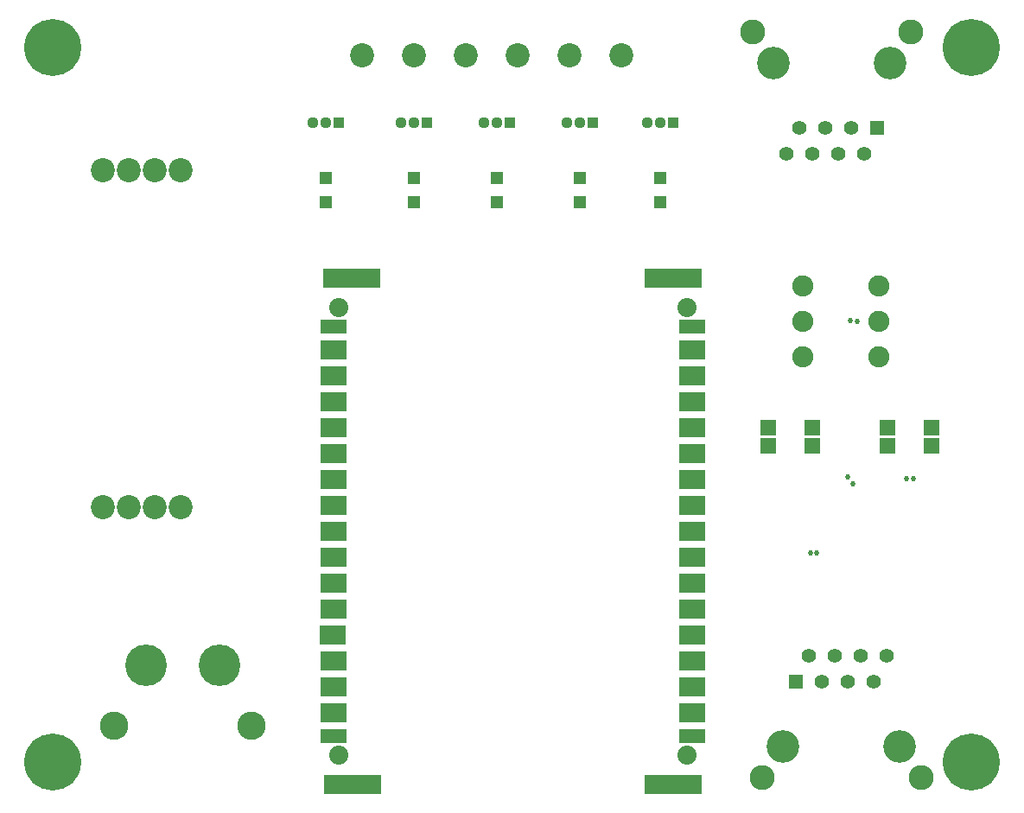
<source format=gbr>
%TF.GenerationSoftware,Altium Limited,Altium Designer,25.2.1 (25)*%
G04 Layer_Color=8388736*
%FSLAX45Y45*%
%MOMM*%
%TF.SameCoordinates,918F7520-6D5E-4649-A0F8-73A0CF3CBC90*%
%TF.FilePolarity,Negative*%
%TF.FileFunction,Soldermask,Top*%
%TF.Part,Single*%
G01*
G75*
%TA.AperFunction,SMDPad,CuDef*%
%ADD13R,1.55620X1.50464*%
%ADD14R,1.15000X1.15000*%
%TA.AperFunction,ComponentPad*%
%ADD21C,1.40000*%
%ADD22C,2.45000*%
%ADD23C,3.20000*%
%ADD24R,1.40000X1.40000*%
%TA.AperFunction,ConnectorPad*%
%ADD39R,2.61600X1.36600*%
%ADD40R,2.61600X1.85600*%
%ADD41R,5.57600X1.82600*%
%TA.AperFunction,ComponentPad*%
%ADD42C,1.12600*%
%ADD43R,1.12600X1.12600*%
%ADD44C,1.87600*%
%ADD45C,2.36200*%
%ADD46C,2.77600*%
%ADD47C,4.07600*%
%TA.AperFunction,ViaPad*%
%ADD48C,5.57600*%
%TA.AperFunction,ComponentPad*%
%ADD49C,2.07600*%
%TA.AperFunction,ViaPad*%
%ADD50C,0.52600*%
D13*
X7942598Y3592922D02*
D03*
Y3773078D02*
D03*
X7510168Y3592922D02*
D03*
Y3773078D02*
D03*
X9106079Y3592922D02*
D03*
Y3773079D02*
D03*
X8678089Y3592922D02*
D03*
Y3773079D02*
D03*
D14*
X6447400Y6222300D02*
D03*
Y5987300D02*
D03*
X5660000Y6222300D02*
D03*
Y5987300D02*
D03*
X4847200Y6222300D02*
D03*
Y5987300D02*
D03*
X4034400Y6222300D02*
D03*
Y5987300D02*
D03*
X3170800Y6222300D02*
D03*
Y5987300D02*
D03*
D21*
X8673000Y1539000D02*
D03*
X8419000D02*
D03*
X8546000Y1285000D02*
D03*
X8292000D02*
D03*
X8165000Y1539000D02*
D03*
X7911000D02*
D03*
X8038000Y1285000D02*
D03*
X7684000Y6461000D02*
D03*
X7938000D02*
D03*
X8192000D02*
D03*
X8446000D02*
D03*
X7811000Y6715000D02*
D03*
X8065000D02*
D03*
X8319000D02*
D03*
D22*
X9003500Y345000D02*
D03*
X7453500D02*
D03*
X7353500Y7655000D02*
D03*
X8903500D02*
D03*
D23*
X8800000Y650000D02*
D03*
X7657000D02*
D03*
X7557000Y7350000D02*
D03*
X8700000D02*
D03*
D24*
X7784000Y1285000D02*
D03*
X8573000Y6715000D02*
D03*
D39*
X6766205Y4766707D02*
D03*
Y753507D02*
D03*
X3248748Y4766975D02*
D03*
X3248305Y753507D02*
D03*
D40*
X6766205Y4030107D02*
D03*
Y4284107D02*
D03*
Y3776107D02*
D03*
Y4538107D02*
D03*
Y3522107D02*
D03*
Y3014107D02*
D03*
Y3268107D02*
D03*
Y2760107D02*
D03*
Y2252107D02*
D03*
Y2506107D02*
D03*
Y1998107D02*
D03*
Y1744107D02*
D03*
Y1490107D02*
D03*
Y982107D02*
D03*
Y1236107D02*
D03*
X3249285Y4537546D02*
D03*
X3248269Y4285659D02*
D03*
X3247253Y4030725D02*
D03*
X3248305Y3776107D02*
D03*
Y3268107D02*
D03*
Y3522107D02*
D03*
Y3014107D02*
D03*
Y2506107D02*
D03*
Y2760107D02*
D03*
Y1998107D02*
D03*
Y1490107D02*
D03*
Y2252107D02*
D03*
X3245765Y1744107D02*
D03*
X3248305Y1236107D02*
D03*
Y984647D02*
D03*
D41*
X6576905Y5242207D02*
D03*
X6579405Y279707D02*
D03*
X3431905Y5242207D02*
D03*
X3434405Y279707D02*
D03*
D42*
X3170800Y6766800D02*
D03*
X3043800D02*
D03*
X4034400D02*
D03*
X3907400D02*
D03*
X5660000D02*
D03*
X5533000D02*
D03*
X6447400D02*
D03*
X6320400D02*
D03*
X4847200D02*
D03*
X4720200D02*
D03*
D43*
X3297800D02*
D03*
X4161400D02*
D03*
X5787000D02*
D03*
X6574400D02*
D03*
X4974200D02*
D03*
D44*
X6712865Y4952127D02*
D03*
Y567107D02*
D03*
X3299105Y4952127D02*
D03*
Y565547D02*
D03*
D45*
X3526400Y7423000D02*
D03*
X4034400D02*
D03*
X5558400D02*
D03*
X6066400D02*
D03*
X4542400D02*
D03*
X5050400D02*
D03*
X1754000Y6302000D02*
D03*
X1500000D02*
D03*
X992000D02*
D03*
X1246000D02*
D03*
X992000Y3000000D02*
D03*
X1246000D02*
D03*
X1754000D02*
D03*
X1500000D02*
D03*
D46*
X1100000Y850000D02*
D03*
X2450000D02*
D03*
D47*
X2135000Y1450000D02*
D03*
X1415000D02*
D03*
D48*
X9500000Y7500000D02*
D03*
X500000D02*
D03*
Y500000D02*
D03*
X9500000D02*
D03*
D49*
X7844820Y5165840D02*
D03*
Y4815840D02*
D03*
Y4465840D02*
D03*
X8594820Y5165840D02*
D03*
Y4815840D02*
D03*
Y4465840D02*
D03*
D50*
X8934814Y3271520D02*
D03*
X8864354Y3278127D02*
D03*
X7984419Y2550979D02*
D03*
X7920919D02*
D03*
X8315979Y4821571D02*
D03*
X8379223Y4814845D02*
D03*
X8286679Y3291021D02*
D03*
X8341740Y3228340D02*
D03*
%TF.MD5,0196bb8a9704ce596aa18a772fc68afd*%
M02*

</source>
